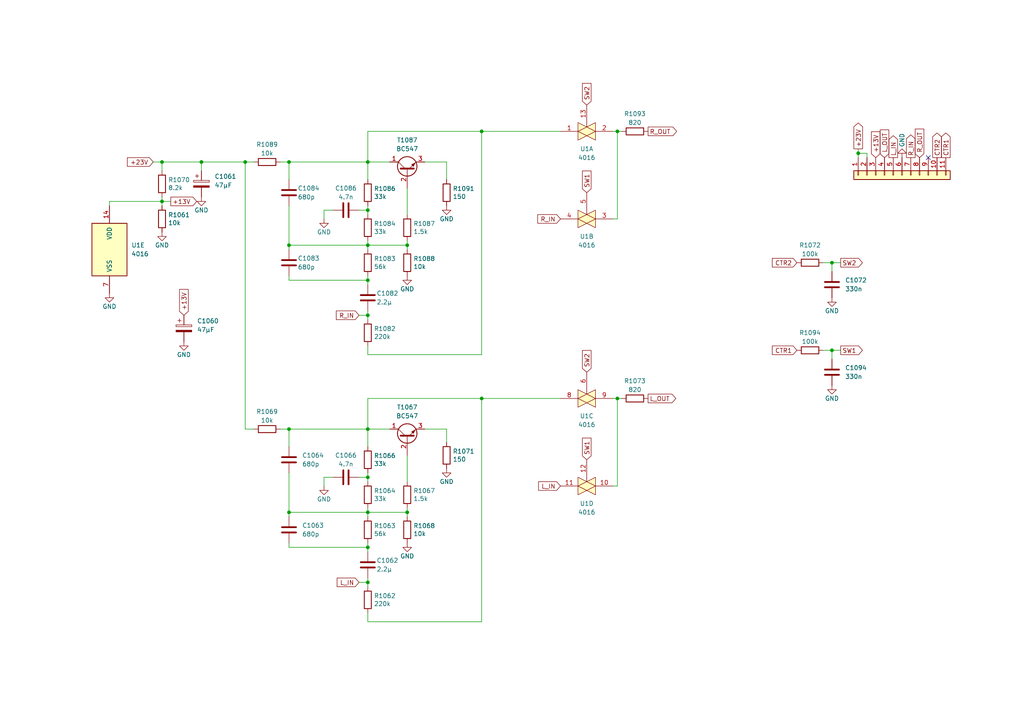
<source format=kicad_sch>
(kicad_sch (version 20230121) (generator eeschema)
  (paper "A4")
  (lib_symbols
    (symbol "4xxx:4016" (pin_names (offset 1.016))
      (property "Reference" "U" (at -7.62 8.89 0))
      (property "Value" "4016" (at -7.62 -8.89 0))
      (symbol "4016_1_0"
        (polyline (pts (xy 0 1.27) (xy 0 2.54)) (stroke (width 0.1524)))
        (polyline (pts (xy -2.54 0) (xy 2.54 2.54) (xy 2.54 -2.54) (xy -2.54 0)) (fill (type background)))
        (polyline (pts (xy -2.54 2.54) (xy 2.54 0) (xy -2.54 -2.54) (xy -2.54 2.54)) (fill (type background)))
        (pin passive line (at -7.62 0 0) (length 5.08) (name "~") (number "1"))
        (pin input line (at 0 7.62 270) (length 5.08) (name "~") (number "13"))
        (pin passive line (at 7.62 0 180) (length 5.08) (name "~") (number "2"))
      )
      (symbol "4016_2_0"
        (polyline (pts (xy 0 1.27) (xy 0 2.54)) (stroke (width 0.1524)))
        (polyline (pts (xy -2.54 0) (xy 2.54 2.54) (xy 2.54 -2.54) (xy -2.54 0)) (fill (type background)))
        (polyline (pts (xy -2.54 2.54) (xy 2.54 0) (xy -2.54 -2.54) (xy -2.54 2.54)) (fill (type background)))
        (pin passive line (at 7.62 0 180) (length 5.08) (name "~") (number "3"))
        (pin passive line (at -7.62 0 0) (length 5.08) (name "~") (number "4"))
        (pin input line (at 0 7.62 270) (length 5.08) (name "~") (number "5"))
      )
      (symbol "4016_3_0"
        (polyline (pts (xy 0 1.27) (xy 0 2.54)) (stroke (width 0.1524)))
        (polyline (pts (xy -2.54 0) (xy 2.54 2.54) (xy 2.54 -2.54) (xy -2.54 0)) (fill (type background)))
        (polyline (pts (xy -2.54 2.54) (xy 2.54 0) (xy -2.54 -2.54) (xy -2.54 2.54)) (fill (type background)))
        (pin input line (at 0 7.62 270) (length 5.08) (name "~") (number "6"))
        (pin passive line (at -7.62 0 0) (length 5.08) (name "~") (number "8"))
        (pin passive line (at 7.62 0 180) (length 5.08) (name "~") (number "9"))
      )
      (symbol "4016_4_0"
        (polyline (pts (xy 0 1.27) (xy 0 2.54)) (stroke (width 0.1524)))
        (polyline (pts (xy -2.54 0) (xy 2.54 2.54) (xy 2.54 -2.54) (xy -2.54 0)) (fill (type background)))
        (polyline (pts (xy -2.54 2.54) (xy 2.54 0) (xy -2.54 -2.54) (xy -2.54 2.54)) (fill (type background)))
        (pin passive line (at 7.62 0 180) (length 5.08) (name "~") (number "10"))
        (pin passive line (at -7.62 0 0) (length 5.08) (name "~") (number "11"))
        (pin input line (at 0 7.62 270) (length 5.08) (name "~") (number "12"))
      )
      (symbol "4016_5_0"
        (pin power_in line (at 0 12.7 270) (length 5.08) (name "VDD") (number "14"))
        (pin power_in line (at 0 -12.7 90) (length 5.08) (name "VSS") (number "7"))
      )
      (symbol "4016_5_1"
        (rectangle (start -5.08 7.62) (end 5.08 -7.62) (stroke (width 0.254)) (fill (type background)))
      )
    )
    (symbol "Connector_Generic:Conn_01x11" (pin_names (offset 1.016) hide)
      (property "Reference" "J" (at 0 15.24 0))
      (property "Value" "Conn_01x11" (at 0 -15.24 0))
      (symbol "Conn_01x11_1_1"
        (rectangle (start -1.27 -12.573) (end 0 -12.827) (stroke (width 0.1524)))
        (rectangle (start -1.27 -10.033) (end 0 -10.287) (stroke (width 0.1524)))
        (rectangle (start -1.27 -7.493) (end 0 -7.747) (stroke (width 0.1524)))
        (rectangle (start -1.27 -4.953) (end 0 -5.207) (stroke (width 0.1524)))
        (rectangle (start -1.27 -2.413) (end 0 -2.667) (stroke (width 0.1524)))
        (rectangle (start -1.27 0.127) (end 0 -0.127) (stroke (width 0.1524)))
        (rectangle (start -1.27 2.667) (end 0 2.413) (stroke (width 0.1524)))
        (rectangle (start -1.27 5.207) (end 0 4.953) (stroke (width 0.1524)))
        (rectangle (start -1.27 7.747) (end 0 7.493) (stroke (width 0.1524)))
        (rectangle (start -1.27 10.287) (end 0 10.033) (stroke (width 0.1524)))
        (rectangle (start -1.27 12.827) (end 0 12.573) (stroke (width 0.1524)))
        (rectangle (start -1.27 13.97) (end 1.27 -13.97) (stroke (width 0.254)) (fill (type background)))
        (pin passive line (at -5.08 12.7 0) (length 3.81) (name "Pin_1") (number "1"))
        (pin passive line (at -5.08 -10.16 0) (length 3.81) (name "Pin_10") (number "10"))
        (pin passive line (at -5.08 -12.7 0) (length 3.81) (name "Pin_11") (number "11"))
        (pin passive line (at -5.08 10.16 0) (length 3.81) (name "Pin_2") (number "2"))
        (pin passive line (at -5.08 7.62 0) (length 3.81) (name "Pin_3") (number "3"))
        (pin passive line (at -5.08 5.08 0) (length 3.81) (name "Pin_4") (number "4"))
        (pin passive line (at -5.08 2.54 0) (length 3.81) (name "Pin_5") (number "5"))
        (pin passive line (at -5.08 0 0) (length 3.81) (name "Pin_6") (number "6"))
        (pin passive line (at -5.08 -2.54 0) (length 3.81) (name "Pin_7") (number "7"))
        (pin passive line (at -5.08 -5.08 0) (length 3.81) (name "Pin_8") (number "8"))
        (pin passive line (at -5.08 -7.62 0) (length 3.81) (name "Pin_9") (number "9"))
      )
    )
    (symbol "Device:C" (pin_numbers hide) (pin_names (offset 0.254))
      (property "Reference" "C" (at 0.635 2.54 0))
      (property "Value" "C" (at 0.635 -2.54 0))
      (symbol "C_0_1"
        (polyline (pts (xy -2.032 -0.762) (xy 2.032 -0.762)) (stroke (width 0.508)))
        (polyline (pts (xy -2.032 0.762) (xy 2.032 0.762)) (stroke (width 0.508)))
      )
      (symbol "C_1_1"
        (pin passive line (at 0 3.81 270) (length 2.794) (name "~") (number "1"))
        (pin passive line (at 0 -3.81 90) (length 2.794) (name "~") (number "2"))
      )
    )
    (symbol "Device:C_Polarized" (pin_numbers hide) (pin_names (offset 0.254))
      (property "Reference" "C" (at 0.635 2.54 0))
      (property "Value" "C_Polarized" (at 0.635 -2.54 0))
      (symbol "C_Polarized_0_1"
        (rectangle (start -2.286 0.508) (end 2.286 1.016))
        (polyline (pts (xy -1.778 2.286) (xy -0.762 2.286)))
        (polyline (pts (xy -1.27 2.794) (xy -1.27 1.778)))
        (rectangle (start 2.286 -0.508) (end -2.286 -1.016) (fill (type outline)))
      )
      (symbol "C_Polarized_1_1"
        (pin passive line (at 0 3.81 270) (length 2.794) (name "~") (number "1"))
        (pin passive line (at 0 -3.81 90) (length 2.794) (name "~") (number "2"))
      )
    )
    (symbol "Device:R" (pin_numbers hide) (pin_names (offset 0))
      (property "Reference" "R" (at 2.032 0 90))
      (property "Value" "R" (at 0 0 90))
      (symbol "R_0_1"
        (rectangle (start -1.016 -2.54) (end 1.016 2.54) (stroke (width 0.254)))
      )
      (symbol "R_1_1"
        (pin passive line (at 0 3.81 270) (length 1.27) (name "~") (number "1"))
        (pin passive line (at 0 -3.81 90) (length 1.27) (name "~") (number "2"))
      )
    )
    (symbol "Transistor_BJT:BC550" (pin_names (offset 0) hide)
      (property "Reference" "Q" (at 5.08 1.905 0))
      (property "Value" "BC550" (at 5.08 0 0))
      (symbol "BC550_0_1"
        (polyline (pts (xy 0 0) (xy 0.635 0)))
        (polyline (pts (xy 0.635 0.635) (xy 2.54 2.54)))
        (polyline (pts (xy 0.635 -0.635) (xy 2.54 -2.54) (xy 2.54 -2.54)))
        (polyline (pts (xy 0.635 1.905) (xy 0.635 -1.905) (xy 0.635 -1.905)) (stroke (width 0.508)))
        (polyline (pts (xy 1.27 -1.778) (xy 1.778 -1.27) (xy 2.286 -2.286) (xy 1.27 -1.778) (xy 1.27 -1.778)) (fill (type outline)))
        (circle (center 1.27 0) (radius 2.8194) (stroke (width 0.254)))
      )
      (symbol "BC550_1_1"
        (pin passive line (at 2.54 5.08 270) (length 2.54) (name "C") (number "1"))
        (pin input line (at -5.08 0 0) (length 5.08) (name "B") (number "2"))
        (pin passive line (at 2.54 -5.08 90) (length 2.54) (name "E") (number "3"))
      )
    )
    (symbol "power:GND" (power) (pin_names (offset 0))
      (property "Value" "GND" (at 0 -3.81 0))
      (symbol "GND_0_1"
        (polyline (pts (xy 0 0) (xy 0 -1.27) (xy 1.27 -1.27) (xy 0 -2.54) (xy -1.27 -1.27) (xy 0 -1.27)))
      )
      (symbol "GND_1_1"
        (pin power_in line (at 0 0 270) (length 0) hide (name "GND") (number "1"))
      )
    )
  )
  (junction (at 58.42 46.99))
  (junction (at 106.68 91.44))
  (junction (at 83.82 71.12))
  (junction (at 106.68 158.75))
  (junction (at 179.07 115.57))
  (junction (at 118.11 148.59))
  (junction (at 118.11 71.12))
  (junction (at 106.68 138.43))
  (junction (at 248.92 44.45))
  (junction (at 106.68 124.46))
  (junction (at 106.68 46.99))
  (junction (at 139.7 115.57))
  (junction (at 46.99 58.42))
  (junction (at 83.82 148.59))
  (junction (at 106.68 148.59))
  (junction (at 139.7 38.1))
  (junction (at 106.68 71.12))
  (junction (at 83.82 46.99))
  (junction (at 106.68 81.28))
  (junction (at 179.07 38.1))
  (junction (at 46.99 46.99))
  (junction (at 83.82 124.46))
  (junction (at 106.68 60.96))
  (junction (at 106.68 168.91))
  (junction (at 71.12 46.99))
  (junction (at 241.3 76.2))
  (junction (at 241.3 101.6))
  (no_connect (at 269.24 45.72))
  (wire (pts (xy 83.82 46.99) (xy 83.82 52.07)))
  (wire (pts (xy 104.14 60.96) (xy 106.68 60.96)))
  (wire (pts (xy 46.99 57.15) (xy 46.99 58.42)))
  (wire (pts (xy 106.68 90.17) (xy 106.68 91.44)))
  (wire (pts (xy 139.7 115.57) (xy 106.68 115.57)))
  (wire (pts (xy 106.68 124.46) (xy 106.68 129.54)))
  (wire (pts (xy 118.11 147.32) (xy 118.11 148.59)))
  (wire (pts (xy 106.68 59.69) (xy 106.68 60.96)))
  (wire (pts (xy 129.54 124.46) (xy 129.54 128.27)))
  (wire (pts (xy 104.14 168.91) (xy 106.68 168.91)))
  (wire (pts (xy 106.68 148.59) (xy 106.68 149.86)))
  (wire (pts (xy 238.76 76.2) (xy 241.3 76.2)))
  (wire (pts (xy 139.7 38.1) (xy 106.68 38.1)))
  (wire (pts (xy 179.07 140.97) (xy 177.8 140.97)))
  (wire (pts (xy 241.3 101.6) (xy 241.3 104.14)))
  (wire (pts (xy 83.82 81.28) (xy 106.68 81.28)))
  (wire (pts (xy 123.19 124.46) (xy 129.54 124.46)))
  (wire (pts (xy 241.3 76.2) (xy 243.84 76.2)))
  (wire (pts (xy 83.82 59.69) (xy 83.82 71.12)))
  (wire (pts (xy 83.82 71.12) (xy 106.68 71.12)))
  (wire (pts (xy 83.82 124.46) (xy 106.68 124.46)))
  (wire (pts (xy 238.76 101.6) (xy 241.3 101.6)))
  (wire (pts (xy 113.03 46.99) (xy 106.68 46.99)))
  (wire (pts (xy 106.68 115.57) (xy 106.68 124.46)))
  (wire (pts (xy 139.7 180.34) (xy 139.7 115.57)))
  (wire (pts (xy 241.3 76.2) (xy 241.3 78.74)))
  (wire (pts (xy 177.8 115.57) (xy 179.07 115.57)))
  (wire (pts (xy 58.42 46.99) (xy 58.42 49.53)))
  (wire (pts (xy 44.45 46.99) (xy 46.99 46.99)))
  (wire (pts (xy 106.68 60.96) (xy 106.68 62.23)))
  (wire (pts (xy 106.68 80.01) (xy 106.68 81.28)))
  (wire (pts (xy 46.99 46.99) (xy 58.42 46.99)))
  (wire (pts (xy 106.68 180.34) (xy 139.7 180.34)))
  (wire (pts (xy 83.82 80.01) (xy 83.82 81.28)))
  (wire (pts (xy 106.68 72.39) (xy 106.68 71.12)))
  (wire (pts (xy 179.07 115.57) (xy 180.34 115.57)))
  (wire (pts (xy 106.68 38.1) (xy 106.68 46.99)))
  (wire (pts (xy 106.68 158.75) (xy 106.68 157.48)))
  (wire (pts (xy 104.14 91.44) (xy 106.68 91.44)))
  (wire (pts (xy 106.68 102.87) (xy 139.7 102.87)))
  (wire (pts (xy 71.12 46.99) (xy 73.66 46.99)))
  (wire (pts (xy 251.46 45.72) (xy 251.46 44.45)))
  (wire (pts (xy 248.92 43.18) (xy 248.92 44.45)))
  (wire (pts (xy 71.12 124.46) (xy 71.12 46.99)))
  (wire (pts (xy 81.28 46.99) (xy 83.82 46.99)))
  (wire (pts (xy 93.98 138.43) (xy 96.52 138.43)))
  (wire (pts (xy 106.68 46.99) (xy 106.68 52.07)))
  (wire (pts (xy 118.11 54.61) (xy 118.11 62.23)))
  (wire (pts (xy 46.99 58.42) (xy 49.53 58.42)))
  (wire (pts (xy 106.68 147.32) (xy 106.68 148.59)))
  (wire (pts (xy 83.82 157.48) (xy 83.82 158.75)))
  (wire (pts (xy 31.75 59.69) (xy 31.75 58.42)))
  (wire (pts (xy 118.11 71.12) (xy 118.11 72.39)))
  (wire (pts (xy 83.82 137.16) (xy 83.82 148.59)))
  (wire (pts (xy 106.68 124.46) (xy 113.03 124.46)))
  (wire (pts (xy 251.46 44.45) (xy 248.92 44.45)))
  (wire (pts (xy 129.54 52.07) (xy 129.54 46.99)))
  (wire (pts (xy 118.11 69.85) (xy 118.11 71.12)))
  (wire (pts (xy 83.82 72.39) (xy 83.82 71.12)))
  (wire (pts (xy 129.54 46.99) (xy 123.19 46.99)))
  (wire (pts (xy 106.68 46.99) (xy 83.82 46.99)))
  (wire (pts (xy 139.7 38.1) (xy 162.56 38.1)))
  (wire (pts (xy 73.66 124.46) (xy 71.12 124.46)))
  (wire (pts (xy 106.68 177.8) (xy 106.68 180.34)))
  (wire (pts (xy 248.92 44.45) (xy 248.92 45.72)))
  (wire (pts (xy 83.82 149.86) (xy 83.82 148.59)))
  (wire (pts (xy 46.99 58.42) (xy 46.99 59.69)))
  (wire (pts (xy 106.68 158.75) (xy 106.68 160.02)))
  (wire (pts (xy 83.82 148.59) (xy 106.68 148.59)))
  (wire (pts (xy 179.07 38.1) (xy 180.34 38.1)))
  (wire (pts (xy 83.82 129.54) (xy 83.82 124.46)))
  (wire (pts (xy 179.07 38.1) (xy 179.07 63.5)))
  (wire (pts (xy 179.07 115.57) (xy 179.07 140.97)))
  (wire (pts (xy 118.11 149.86) (xy 118.11 148.59)))
  (wire (pts (xy 58.42 46.99) (xy 71.12 46.99)))
  (wire (pts (xy 104.14 138.43) (xy 106.68 138.43)))
  (wire (pts (xy 106.68 69.85) (xy 106.68 71.12)))
  (wire (pts (xy 106.68 100.33) (xy 106.68 102.87)))
  (wire (pts (xy 106.68 137.16) (xy 106.68 138.43)))
  (wire (pts (xy 106.68 167.64) (xy 106.68 168.91)))
  (wire (pts (xy 106.68 138.43) (xy 106.68 139.7)))
  (wire (pts (xy 83.82 158.75) (xy 106.68 158.75)))
  (wire (pts (xy 96.52 60.96) (xy 93.98 60.96)))
  (wire (pts (xy 83.82 124.46) (xy 81.28 124.46)))
  (wire (pts (xy 106.68 91.44) (xy 106.68 92.71)))
  (wire (pts (xy 139.7 115.57) (xy 162.56 115.57)))
  (wire (pts (xy 106.68 168.91) (xy 106.68 170.18)))
  (wire (pts (xy 106.68 148.59) (xy 118.11 148.59)))
  (wire (pts (xy 106.68 81.28) (xy 106.68 82.55)))
  (wire (pts (xy 118.11 132.08) (xy 118.11 139.7)))
  (wire (pts (xy 93.98 140.97) (xy 93.98 138.43)))
  (wire (pts (xy 139.7 38.1) (xy 139.7 102.87)))
  (wire (pts (xy 46.99 46.99) (xy 46.99 49.53)))
  (wire (pts (xy 177.8 38.1) (xy 179.07 38.1)))
  (wire (pts (xy 241.3 101.6) (xy 243.84 101.6)))
  (wire (pts (xy 179.07 63.5) (xy 177.8 63.5)))
  (wire (pts (xy 106.68 71.12) (xy 118.11 71.12)))
  (wire (pts (xy 93.98 60.96) (xy 93.98 63.5)))
  (wire (pts (xy 31.75 58.42) (xy 46.99 58.42)))
  (global_label "+13V" (shape input) (at 254 45.72 90) (property "Intersheetrefs" "${INTERSHEET_REFS}" (effects hide)))
  (global_label "L_IN" (shape output) (at 259.08 45.72 90) (property "Intersheetrefs" "${INTERSHEET_REFS}" (effects hide)))
  (global_label "L_OUT" (shape output) (at 187.96 115.57 0) (property "Intersheetrefs" "${INTERSHEET_REFS}" (effects hide)))
  (global_label "R_IN" (shape input) (at 162.56 63.5 180) (property "Intersheetrefs" "${INTERSHEET_REFS}" (effects hide)))
  (global_label "SW2" (shape input) (at 170.18 107.95 90) (property "Intersheetrefs" "${INTERSHEET_REFS}" (effects hide)))
  (global_label "SW1" (shape output) (at 243.84 101.6 0) (property "Intersheetrefs" "${INTERSHEET_REFS}" (effects hide)))
  (global_label "R_IN" (shape output) (at 264.16 45.72 90) (property "Intersheetrefs" "${INTERSHEET_REFS}" (effects hide)))
  (global_label "L_OUT" (shape input) (at 256.54 45.72 90) (property "Intersheetrefs" "${INTERSHEET_REFS}" (effects hide)))
  (global_label "CTR1" (shape input) (at 231.14 101.6 180) (property "Intersheetrefs" "${INTERSHEET_REFS}" (effects hide)))
  (global_label "L_IN" (shape input) (at 162.56 140.97 180) (property "Intersheetrefs" "${INTERSHEET_REFS}" (effects hide)))
  (global_label "CTR2" (shape output) (at 271.78 45.72 90) (property "Intersheetrefs" "${INTERSHEET_REFS}" (effects hide)))
  (global_label "+13V" (shape output) (at 49.53 58.42 0) (property "Intersheetrefs" "${INTERSHEET_REFS}" (effects hide)))
  (global_label "SW1" (shape input) (at 170.18 55.88 90) (property "Intersheetrefs" "${INTERSHEET_REFS}" (effects hide)))
  (global_label "+23V" (shape input) (at 44.45 46.99 180) (property "Intersheetrefs" "${INTERSHEET_REFS}" (effects hide)))
  (global_label "+13V" (shape input) (at 53.34 91.44 90) (property "Intersheetrefs" "${INTERSHEET_REFS}" (effects hide)))
  (global_label "L_IN" (shape input) (at 104.14 168.91 180) (property "Intersheetrefs" "${INTERSHEET_REFS}" (effects hide)))
  (global_label "R_OUT" (shape input) (at 266.7 45.72 90) (property "Intersheetrefs" "${INTERSHEET_REFS}" (effects hide)))
  (global_label "R_IN" (shape input) (at 104.14 91.44 180) (property "Intersheetrefs" "${INTERSHEET_REFS}" (effects hide)))
  (global_label "CTR2" (shape input) (at 231.14 76.2 180) (property "Intersheetrefs" "${INTERSHEET_REFS}" (effects hide)))
  (global_label "SW2" (shape output) (at 243.84 76.2 0) (property "Intersheetrefs" "${INTERSHEET_REFS}" (effects hide)))
  (global_label "CTR1" (shape output) (at 274.32 45.72 90) (property "Intersheetrefs" "${INTERSHEET_REFS}" (effects hide)))
  (global_label "SW1" (shape input) (at 170.18 133.35 90) (property "Intersheetrefs" "${INTERSHEET_REFS}" (effects hide)))
  (global_label "+23V" (shape output) (at 248.92 43.18 90) (property "Intersheetrefs" "${INTERSHEET_REFS}" (effects hide)))
  (global_label "R_OUT" (shape output) (at 187.96 38.1 0) (property "Intersheetrefs" "${INTERSHEET_REFS}" (effects hide)))
  (global_label "SW2" (shape input) (at 170.18 30.48 90) (property "Intersheetrefs" "${INTERSHEET_REFS}" (effects hide)))
  (symbol (lib_id "Connector_Generic:Conn_01x11") (at 261.62 50.8 90) (mirror x) (unit 1)
    (property "Reference" "J1" (effects hide))
    (property "Value" "Conn_01x13" (effects hide))
    (property "Footprint" "NF-Filter-Modul:Connector_01x11_5mm" (effects hide))
  )
  (symbol (lib_id "Device:R") (at 106.68 66.04 0) (unit 1)
    (property "Reference" "R1084" (at 108.458 64.8716 0) (effects (justify left)))
    (property "Value" "33k" (at 108.458 67.183 0) (effects (justify left)))
    (property "Footprint" "Resistor_THT:R_Axial_DIN0207_L6.3mm_D2.5mm_P10.16mm_Horizontal" (effects hide))
  )
  (symbol (lib_id "Device:R") (at 184.15 115.57 90) (unit 1)
    (property "Reference" "R1073" (at 184.15 110.49 90))
    (property "Value" "820" (at 184.15 113.03 90))
    (property "Footprint" "Resistor_THT:R_Axial_DIN0207_L6.3mm_D2.5mm_P10.16mm_Horizontal" (effects hide))
  )
  (symbol (lib_id "Device:R") (at 106.68 76.2 0) (unit 1)
    (property "Reference" "R1083" (at 108.458 75.0316 0) (effects (justify left)))
    (property "Value" "56k" (at 108.458 77.343 0) (effects (justify left)))
    (property "Footprint" "Resistor_THT:R_Axial_DIN0207_L6.3mm_D2.5mm_P10.16mm_Horizontal" (effects hide))
  )
  (symbol (lib_id "Device:C") (at 83.82 133.35 0) (unit 1)
    (property "Reference" "C1064" (at 87.63 132.08 0) (effects (justify left)))
    (property "Value" "680p" (at 87.63 134.62 0) (effects (justify left)))
    (property "Footprint" "Präsenz-Modul:C_RAD_6.5mm_5mm" (effects hide))
  )
  (symbol (lib_id "Device:C") (at 83.82 55.88 0) (unit 1)
    (property "Reference" "C1084" (at 86.36 54.61 0) (effects (justify left)))
    (property "Value" "680p" (at 86.36 57.15 0) (effects (justify left)))
    (property "Footprint" "Präsenz-Modul:C_RAD_6.5mm_5mm" (effects hide))
  )
  (symbol (lib_id "Device:R") (at 184.15 38.1 90) (unit 1)
    (property "Reference" "R1093" (at 184.15 33.02 90))
    (property "Value" "820" (at 184.15 35.56 90))
    (property "Footprint" "Resistor_THT:R_Axial_DIN0207_L6.3mm_D2.5mm_P10.16mm_Horizontal" (effects hide))
  )
  (symbol (lib_id "power:GND") (at 118.11 157.48 0) (unit 1)
    (property "Reference" "#PWR05" (effects hide))
    (property "Value" "GND" (at 118.11 161.29 0))
  )
  (symbol (lib_id "4xxx:4016") (at 170.18 63.5 0) (unit 2)
    (property "Reference" "U1" (at 170.18 68.58 0))
    (property "Value" "4016" (at 170.18 71.12 0))
    (property "Footprint" "Package_DIP:DIP-14_W7.62mm" (effects hide))
    (property "Datasheet" "http://www.ti.com/lit/ds/symlink/cd4016b.pdf" (effects hide))
  )
  (symbol (lib_id "Device:R") (at 106.68 55.88 0) (unit 1)
    (property "Reference" "R1086" (at 108.458 54.7116 0) (effects (justify left)))
    (property "Value" "33k" (at 108.458 57.023 0) (effects (justify left)))
    (property "Footprint" "Resistor_THT:R_Axial_DIN0207_L6.3mm_D2.5mm_P10.16mm_Horizontal" (effects hide))
  )
  (symbol (lib_id "Device:C") (at 83.82 153.67 0) (unit 1)
    (property "Reference" "C1063" (at 87.63 152.4 0) (effects (justify left)))
    (property "Value" "680p" (at 87.63 154.94 0) (effects (justify left)))
    (property "Footprint" "Capacitor_THT:C_Rect_L10.0mm_W3.0mm_P7.50mm_MKS4" (effects hide))
  )
  (symbol (lib_id "Device:C") (at 241.3 82.55 0) (unit 1)
    (property "Reference" "C1072" (at 245.11 81.28 0) (effects (justify left)))
    (property "Value" "330n" (at 245.11 83.82 0) (effects (justify left)))
    (property "Footprint" "Capacitor_THT:C_Rect_L7.2mm_W3.5mm_P5.00mm_FKS2_FKP2_MKS2_MKP2" (effects hide))
  )
  (symbol (lib_id "Device:R") (at 118.11 153.67 0) (unit 1)
    (property "Reference" "R1068" (at 119.888 152.5016 0) (effects (justify left)))
    (property "Value" "10k" (at 119.888 154.813 0) (effects (justify left)))
    (property "Footprint" "Resistor_THT:R_Axial_DIN0207_L6.3mm_D2.5mm_P10.16mm_Horizontal" (effects hide))
  )
  (symbol (lib_id "power:GND") (at 93.98 140.97 0) (unit 1)
    (property "Reference" "#PWR0108" (effects hide))
    (property "Value" "GND" (at 93.98 144.78 0))
  )
  (symbol (lib_id "4xxx:4016") (at 170.18 38.1 0) (unit 1)
    (property "Reference" "U1" (at 170.18 43.18 0))
    (property "Value" "4016" (at 170.18 45.72 0))
    (property "Footprint" "Package_DIP:DIP-14_W7.62mm" (effects hide))
    (property "Datasheet" "http://www.ti.com/lit/ds/symlink/cd4016b.pdf" (effects hide))
  )
  (symbol (lib_id "Device:R") (at 118.11 76.2 0) (unit 1)
    (property "Reference" "R1088" (at 119.888 75.0316 0) (effects (justify left)))
    (property "Value" "10k" (at 119.888 77.343 0) (effects (justify left)))
    (property "Footprint" "Resistor_THT:R_Axial_DIN0207_L6.3mm_D2.5mm_P10.16mm_Horizontal" (effects hide))
  )
  (symbol (lib_id "power:GND") (at 118.11 80.01 0) (unit 1)
    (property "Reference" "#PWR04" (effects hide))
    (property "Value" "GND" (at 118.11 83.82 0))
  )
  (symbol (lib_id "Device:R") (at 106.68 173.99 0) (unit 1)
    (property "Reference" "R1062" (at 108.458 172.8216 0) (effects (justify left)))
    (property "Value" "220k" (at 108.458 175.133 0) (effects (justify left)))
    (property "Footprint" "Resistor_THT:R_Axial_DIN0207_L6.3mm_D2.5mm_P10.16mm_Horizontal" (effects hide))
  )
  (symbol (lib_id "power:GND") (at 31.75 85.09 0) (unit 1)
    (property "Reference" "#PWR010" (effects hide))
    (property "Value" "GND" (at 31.75 88.9 0))
  )
  (symbol (lib_id "power:GND") (at 241.3 111.76 0) (unit 1)
    (property "Reference" "#PWR07" (effects hide))
    (property "Value" "GND" (at 241.3 115.57 0))
  )
  (symbol (lib_id "Device:R") (at 234.95 101.6 90) (unit 1)
    (property "Reference" "R1094" (at 234.95 96.52 90))
    (property "Value" "100k" (at 234.95 99.06 90))
    (property "Footprint" "Resistor_THT:R_Axial_DIN0207_L6.3mm_D2.5mm_P10.16mm_Horizontal" (effects hide))
  )
  (symbol (lib_id "Device:R") (at 118.11 143.51 0) (unit 1)
    (property "Reference" "R1067" (at 119.888 142.3416 0) (effects (justify left)))
    (property "Value" "1.5k" (at 119.888 144.653 0) (effects (justify left)))
    (property "Footprint" "Resistor_THT:R_Axial_DIN0207_L6.3mm_D2.5mm_P10.16mm_Horizontal" (effects hide))
  )
  (symbol (lib_id "Device:C_Polarized") (at 58.42 53.34 0) (unit 1)
    (property "Reference" "C1061" (at 62.23 51.181 0) (effects (justify left)))
    (property "Value" "47µF" (at 62.23 53.721 0) (effects (justify left)))
    (property "Footprint" "Capacitor_THT:CP_Radial_D6.3mm_P2.50mm" (effects hide))
  )
  (symbol (lib_id "power:GND") (at 241.3 86.36 0) (unit 1)
    (property "Reference" "#PWR06" (effects hide))
    (property "Value" "GND" (at 241.3 90.17 0))
  )
  (symbol (lib_id "Device:R") (at 106.68 153.67 0) (unit 1)
    (property "Reference" "R1063" (at 108.458 152.5016 0) (effects (justify left)))
    (property "Value" "56k" (at 108.458 154.813 0) (effects (justify left)))
    (property "Footprint" "Resistor_THT:R_Axial_DIN0207_L6.3mm_D2.5mm_P10.16mm_Horizontal" (effects hide))
  )
  (symbol (lib_id "Device:C") (at 106.68 163.83 0) (unit 1)
    (property "Reference" "C1062" (at 109.22 162.56 0) (effects (justify left)))
    (property "Value" "2.2µ" (at 109.22 165.1 0) (effects (justify left)))
    (property "Footprint" "Capacitor_THT:C_Rect_L7.2mm_W7.2mm_P5.00mm_FKS2_FKP2_MKS2_MKP2" (effects hide))
  )
  (symbol (lib_id "power:GND") (at 46.99 67.31 0) (unit 1)
    (property "Reference" "#PWR08" (effects hide))
    (property "Value" "GND" (at 46.99 71.12 0))
  )
  (symbol (lib_id "4xxx:4016") (at 31.75 72.39 0) (unit 5)
    (property "Reference" "U1" (at 38.1 71.12 0) (effects (justify left)))
    (property "Value" "4016" (at 38.1 73.66 0) (effects (justify left)))
    (property "Footprint" "Package_DIP:DIP-14_W7.62mm" (effects hide))
    (property "Datasheet" "http://www.ti.com/lit/ds/symlink/cd4016b.pdf" (effects hide))
  )
  (symbol (lib_id "Device:R") (at 46.99 53.34 0) (unit 1)
    (property "Reference" "R1070" (at 48.768 52.1716 0) (effects (justify left)))
    (property "Value" "8.2k" (at 48.768 54.483 0) (effects (justify left)))
    (property "Footprint" "Resistor_THT:R_Axial_DIN0207_L6.3mm_D2.5mm_P10.16mm_Horizontal" (effects hide))
  )
  (symbol (lib_id "power:GND") (at 261.62 45.72 180) (unit 1)
    (property "Reference" "#PWR011" (effects hide))
    (property "Value" "GND" (at 261.62 40.64 90))
  )
  (symbol (lib_id "Device:R") (at 129.54 55.88 0) (unit 1)
    (property "Reference" "R1091" (at 131.318 54.7116 0) (effects (justify left)))
    (property "Value" "150" (at 131.318 57.023 0) (effects (justify left)))
    (property "Footprint" "Resistor_THT:R_Axial_DIN0207_L6.3mm_D2.5mm_P10.16mm_Horizontal" (effects hide))
  )
  (symbol (lib_id "Device:C") (at 106.68 86.36 0) (unit 1)
    (property "Reference" "C1082" (at 109.22 85.09 0) (effects (justify left)))
    (property "Value" "2.2µ" (at 109.22 87.63 0) (effects (justify left)))
    (property "Footprint" "Capacitor_THT:C_Rect_L7.2mm_W7.2mm_P5.00mm_FKS2_FKP2_MKS2_MKP2" (effects hide))
  )
  (symbol (lib_id "Device:C_Polarized") (at 53.34 95.25 0) (unit 1)
    (property "Reference" "C1060" (at 57.15 93.091 0) (effects (justify left)))
    (property "Value" "47µF" (at 57.15 95.631 0) (effects (justify left)))
    (property "Footprint" "Capacitor_THT:CP_Radial_D6.3mm_P2.50mm" (effects hide))
  )
  (symbol (lib_id "power:GND") (at 53.34 99.06 0) (unit 1)
    (property "Reference" "#PWR012" (effects hide))
    (property "Value" "GND" (at 53.34 102.87 0))
  )
  (symbol (lib_id "power:GND") (at 58.42 57.15 0) (unit 1)
    (property "Reference" "#PWR09" (effects hide))
    (property "Value" "GND" (at 58.42 60.96 0))
  )
  (symbol (lib_id "Device:R") (at 106.68 143.51 0) (unit 1)
    (property "Reference" "R1064" (at 108.458 142.3416 0) (effects (justify left)))
    (property "Value" "33k" (at 108.458 144.653 0) (effects (justify left)))
    (property "Footprint" "Resistor_THT:R_Axial_DIN0207_L6.3mm_D2.5mm_P10.16mm_Horizontal" (effects hide))
  )
  (symbol (lib_id "Transistor_BJT:BC550") (at 118.11 127 90) (unit 1)
    (property "Reference" "T1067" (at 118.11 118.11 90))
    (property "Value" "BC547" (at 118.11 120.65 90))
    (property "Footprint" "Package_TO_SOT_THT:TO-92_Wide" (effects hide))
    (property "Datasheet" "https://www.onsemi.com/pub/Collateral/BC550-D.pdf" (effects hide))
  )
  (symbol (lib_id "power:GND") (at 129.54 135.89 0) (unit 1)
    (property "Reference" "#PWR03" (effects hide))
    (property "Value" "GND" (at 129.54 139.7 0))
  )
  (symbol (lib_id "Device:R") (at 77.47 46.99 90) (unit 1)
    (property "Reference" "R1089" (at 77.47 41.91 90))
    (property "Value" "10k" (at 77.47 44.45 90))
    (property "Footprint" "Resistor_THT:R_Axial_DIN0207_L6.3mm_D2.5mm_P10.16mm_Horizontal" (effects hide))
  )
  (symbol (lib_id "Device:C") (at 83.82 76.2 0) (unit 1)
    (property "Reference" "C1083" (at 86.36 74.93 0) (effects (justify left)))
    (property "Value" "680p" (at 86.36 77.47 0) (effects (justify left)))
    (property "Footprint" "Capacitor_THT:C_Rect_L10.0mm_W3.0mm_P7.50mm_MKS4" (effects hide))
  )
  (symbol (lib_id "Device:R") (at 234.95 76.2 90) (unit 1)
    (property "Reference" "R1072" (at 234.95 71.12 90))
    (property "Value" "100k" (at 234.95 73.66 90))
    (property "Footprint" "Resistor_THT:R_Axial_DIN0207_L6.3mm_D2.5mm_P10.16mm_Horizontal" (effects hide))
  )
  (symbol (lib_id "Device:C") (at 241.3 107.95 0) (unit 1)
    (property "Reference" "C1094" (at 245.11 106.68 0) (effects (justify left)))
    (property "Value" "330n" (at 245.11 109.22 0) (effects (justify left)))
    (property "Footprint" "Capacitor_THT:C_Rect_L7.2mm_W3.5mm_P5.00mm_FKS2_FKP2_MKS2_MKP2" (effects hide))
  )
  (symbol (lib_id "Device:R") (at 106.68 133.35 0) (unit 1)
    (property "Reference" "R1066" (at 108.458 132.1816 0) (effects (justify left)))
    (property "Value" "33k" (at 108.458 134.493 0) (effects (justify left)))
    (property "Footprint" "Resistor_THT:R_Axial_DIN0207_L6.3mm_D2.5mm_P10.16mm_Horizontal" (effects hide))
  )
  (symbol (lib_id "4xxx:4016") (at 170.18 115.57 0) (unit 3)
    (property "Reference" "U1" (at 170.18 120.65 0))
    (property "Value" "4016" (at 170.18 123.19 0))
    (property "Footprint" "Package_DIP:DIP-14_W7.62mm" (effects hide))
    (property "Datasheet" "http://www.ti.com/lit/ds/symlink/cd4016b.pdf" (effects hide))
  )
  (symbol (lib_id "Device:R") (at 77.47 124.46 90) (unit 1)
    (property "Reference" "R1069" (at 77.47 119.38 90))
    (property "Value" "10k" (at 77.47 121.92 90))
    (property "Footprint" "Resistor_THT:R_Axial_DIN0207_L6.3mm_D2.5mm_P10.16mm_Horizontal" (effects hide))
  )
  (symbol (lib_id "Device:C") (at 100.33 60.96 90) (unit 1)
    (property "Reference" "C1086" (at 100.33 54.61 90))
    (property "Value" "4.7n" (at 100.33 57.15 90))
    (property "Footprint" "Capacitor_THT:C_Rect_L10.0mm_W3.0mm_P7.50mm_MKS4" (effects hide))
  )
  (symbol (lib_id "Device:R") (at 118.11 66.04 0) (unit 1)
    (property "Reference" "R1087" (at 119.888 64.8716 0) (effects (justify left)))
    (property "Value" "1.5k" (at 119.888 67.183 0) (effects (justify left)))
    (property "Footprint" "Resistor_THT:R_Axial_DIN0207_L6.3mm_D2.5mm_P10.16mm_Horizontal" (effects hide))
  )
  (symbol (lib_id "4xxx:4016") (at 170.18 140.97 0) (unit 4)
    (property "Reference" "U1" (at 170.18 146.05 0))
    (property "Value" "4016" (at 170.18 148.59 0))
    (property "Footprint" "Package_DIP:DIP-14_W7.62mm" (effects hide))
    (property "Datasheet" "http://www.ti.com/lit/ds/symlink/cd4016b.pdf" (effects hide))
  )
  (symbol (lib_id "power:GND") (at 93.98 63.5 0) (unit 1)
    (property "Reference" "#PWR01" (effects hide))
    (property "Value" "GND" (at 93.98 67.31 0))
  )
  (symbol (lib_id "power:GND") (at 129.54 59.69 0) (unit 1)
    (property "Reference" "#PWR02" (effects hide))
    (property "Value" "GND" (at 129.54 63.5 0))
  )
  (symbol (lib_id "Device:C") (at 100.33 138.43 90) (unit 1)
    (property "Reference" "C1066" (at 100.33 132.08 90))
    (property "Value" "4.7n" (at 100.33 134.62 90))
    (property "Footprint" "Capacitor_THT:C_Rect_L10.0mm_W3.0mm_P7.50mm_MKS4" (effects hide))
  )
  (symbol (lib_id "Device:R") (at 129.54 132.08 0) (unit 1)
    (property "Reference" "R1071" (at 131.318 130.9116 0) (effects (justify left)))
    (property "Value" "150" (at 131.318 133.223 0) (effects (justify left)))
    (property "Footprint" "Resistor_THT:R_Axial_DIN0207_L6.3mm_D2.5mm_P10.16mm_Horizontal" (effects hide))
  )
  (symbol (lib_id "Transistor_BJT:BC550") (at 118.11 49.53 90) (unit 1)
    (property "Reference" "T1087" (at 118.11 40.64 90))
    (property "Value" "BC547" (at 118.11 43.18 90))
    (property "Footprint" "Package_TO_SOT_THT:TO-92_Wide" (effects hide))
    (property "Datasheet" "https://www.onsemi.com/pub/Collateral/BC550-D.pdf" (effects hide))
  )
  (symbol (lib_id "Device:R") (at 46.99 63.5 0) (unit 1)
    (property "Reference" "R1061" (at 48.768 62.3316 0) (effects (justify left)))
    (property "Value" "10k" (at 48.768 64.643 0) (effects (justify left)))
    (property "Footprint" "Resistor_THT:R_Axial_DIN0207_L6.3mm_D2.5mm_P10.16mm_Horizontal" (effects hide))
  )
  (symbol (lib_id "Device:R") (at 106.68 96.52 0) (unit 1)
    (property "Reference" "R1082" (at 108.458 95.3516 0) (effects (justify left)))
    (property "Value" "220k" (at 108.458 97.663 0) (effects (justify left)))
    (property "Footprint" "Resistor_THT:R_Axial_DIN0207_L6.3mm_D2.5mm_P10.16mm_Horizontal" (effects hide))
  )
)
</source>
